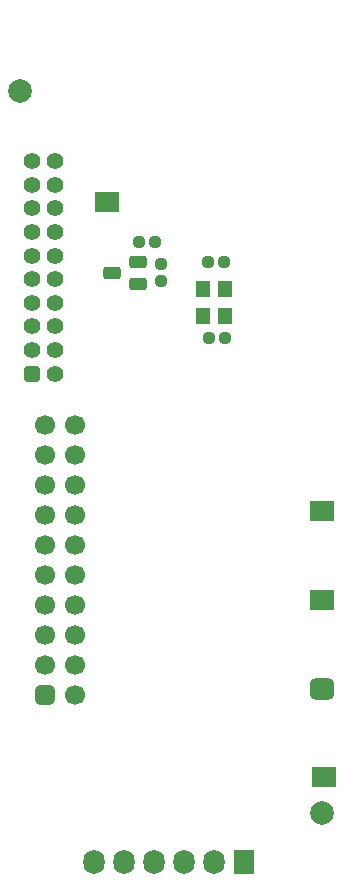
<source format=gbs>
G04*
G04 #@! TF.GenerationSoftware,Altium Limited,Altium Designer,23.3.1 (30)*
G04*
G04 Layer_Color=16711935*
%FSLAX44Y44*%
%MOMM*%
G71*
G04*
G04 #@! TF.SameCoordinates,ECDC02AA-1032-42BF-8C78-3195C1E34F5D*
G04*
G04*
G04 #@! TF.FilePolarity,Negative*
G04*
G01*
G75*
G04:AMPARAMS|DCode=18|XSize=0.95mm|YSize=0.95mm|CornerRadius=0.2625mm|HoleSize=0mm|Usage=FLASHONLY|Rotation=90.000|XOffset=0mm|YOffset=0mm|HoleType=Round|Shape=RoundedRectangle|*
%AMROUNDEDRECTD18*
21,1,0.9500,0.4250,0,0,90.0*
21,1,0.4250,0.9500,0,0,90.0*
1,1,0.5250,0.2125,0.2125*
1,1,0.5250,0.2125,-0.2125*
1,1,0.5250,-0.2125,-0.2125*
1,1,0.5250,-0.2125,0.2125*
%
%ADD18ROUNDEDRECTD18*%
G04:AMPARAMS|DCode=19|XSize=0.95mm|YSize=0.95mm|CornerRadius=0.2625mm|HoleSize=0mm|Usage=FLASHONLY|Rotation=0.000|XOffset=0mm|YOffset=0mm|HoleType=Round|Shape=RoundedRectangle|*
%AMROUNDEDRECTD19*
21,1,0.9500,0.4250,0,0,0.0*
21,1,0.4250,0.9500,0,0,0.0*
1,1,0.5250,0.2125,-0.2125*
1,1,0.5250,-0.2125,-0.2125*
1,1,0.5250,-0.2125,0.2125*
1,1,0.5250,0.2125,0.2125*
%
%ADD19ROUNDEDRECTD19*%
%ADD22C,2.0000*%
%ADD23R,2.1000X1.8000*%
%ADD24C,1.7000*%
G04:AMPARAMS|DCode=25|XSize=1.7mm|YSize=1.7mm|CornerRadius=0.45mm|HoleSize=0mm|Usage=FLASHONLY|Rotation=90.000|XOffset=0mm|YOffset=0mm|HoleType=Round|Shape=RoundedRectangle|*
%AMROUNDEDRECTD25*
21,1,1.7000,0.8000,0,0,90.0*
21,1,0.8000,1.7000,0,0,90.0*
1,1,0.9000,0.4000,0.4000*
1,1,0.9000,0.4000,-0.4000*
1,1,0.9000,-0.4000,-0.4000*
1,1,0.9000,-0.4000,0.4000*
%
%ADD25ROUNDEDRECTD25*%
%ADD26C,1.4000*%
G04:AMPARAMS|DCode=27|XSize=1.4mm|YSize=1.4mm|CornerRadius=0.375mm|HoleSize=0mm|Usage=FLASHONLY|Rotation=90.000|XOffset=0mm|YOffset=0mm|HoleType=Round|Shape=RoundedRectangle|*
%AMROUNDEDRECTD27*
21,1,1.4000,0.6500,0,0,90.0*
21,1,0.6500,1.4000,0,0,90.0*
1,1,0.7500,0.3250,0.3250*
1,1,0.7500,0.3250,-0.3250*
1,1,0.7500,-0.3250,-0.3250*
1,1,0.7500,-0.3250,0.3250*
%
%ADD27ROUNDEDRECTD27*%
%ADD28O,1.8000X2.1000*%
%ADD29R,1.8000X2.1000*%
G04:AMPARAMS|DCode=30|XSize=1.8mm|YSize=2.1mm|CornerRadius=0.475mm|HoleSize=0mm|Usage=FLASHONLY|Rotation=90.000|XOffset=0mm|YOffset=0mm|HoleType=Round|Shape=RoundedRectangle|*
%AMROUNDEDRECTD30*
21,1,1.8000,1.1500,0,0,90.0*
21,1,0.8500,2.1000,0,0,90.0*
1,1,0.9500,0.5750,0.4250*
1,1,0.9500,0.5750,-0.4250*
1,1,0.9500,-0.5750,-0.4250*
1,1,0.9500,-0.5750,0.4250*
%
%ADD30ROUNDEDRECTD30*%
%ADD31C,0.1000*%
%ADD47R,1.1500X1.4000*%
G04:AMPARAMS|DCode=48|XSize=1.1mm|YSize=1.5mm|CornerRadius=0.3mm|HoleSize=0mm|Usage=FLASHONLY|Rotation=270.000|XOffset=0mm|YOffset=0mm|HoleType=Round|Shape=RoundedRectangle|*
%AMROUNDEDRECTD48*
21,1,1.1000,0.9000,0,0,270.0*
21,1,0.5000,1.5000,0,0,270.0*
1,1,0.6000,-0.4500,-0.2500*
1,1,0.6000,-0.4500,0.2500*
1,1,0.6000,0.4500,0.2500*
1,1,0.6000,0.4500,-0.2500*
%
%ADD48ROUNDEDRECTD48*%
D18*
X142500Y542750D02*
D03*
X128500D02*
D03*
X201000Y526250D02*
D03*
X187000D02*
D03*
X187677Y462000D02*
D03*
X201677D02*
D03*
D19*
X147250Y524500D02*
D03*
Y510500D02*
D03*
D22*
X28000Y671000D02*
D03*
X284083Y59384D02*
D03*
D23*
X102000Y577000D02*
D03*
X284000Y240000D02*
D03*
X285000Y90000D02*
D03*
X284000Y315000D02*
D03*
D24*
X74400Y388600D02*
D03*
X49000D02*
D03*
X74400Y363200D02*
D03*
X49000D02*
D03*
X74400Y337800D02*
D03*
X49000D02*
D03*
X74400Y312400D02*
D03*
X49000D02*
D03*
X74400Y287000D02*
D03*
X49000D02*
D03*
X74400Y261600D02*
D03*
X49000D02*
D03*
X74400Y236200D02*
D03*
X49000D02*
D03*
X74400Y210800D02*
D03*
X49000D02*
D03*
X74400Y185400D02*
D03*
X49000D02*
D03*
X74400Y160000D02*
D03*
D25*
X49000D02*
D03*
D26*
X57800Y431650D02*
D03*
X37800Y451650D02*
D03*
X57800D02*
D03*
X37800Y471650D02*
D03*
X57800D02*
D03*
X37800Y491650D02*
D03*
X57800D02*
D03*
X37800Y511650D02*
D03*
X57800D02*
D03*
X37800Y531650D02*
D03*
X57800D02*
D03*
X37800Y551650D02*
D03*
X57800D02*
D03*
X37800Y571650D02*
D03*
X57800D02*
D03*
X37800Y591650D02*
D03*
X57800D02*
D03*
X37800Y611650D02*
D03*
X57800D02*
D03*
D27*
X37800Y431650D02*
D03*
D28*
X90250Y18000D02*
D03*
X166450D02*
D03*
X191850D02*
D03*
X141050D02*
D03*
X115650D02*
D03*
D29*
X217250D02*
D03*
D30*
X284000Y165000D02*
D03*
D31*
X260000Y730000D02*
D03*
Y40000D02*
D03*
X47500Y730000D02*
D03*
Y40000D02*
D03*
D47*
X182750Y480500D02*
D03*
X201250D02*
D03*
Y503500D02*
D03*
X182750D02*
D03*
D48*
X128000Y526250D02*
D03*
Y507250D02*
D03*
X106000Y516750D02*
D03*
M02*

</source>
